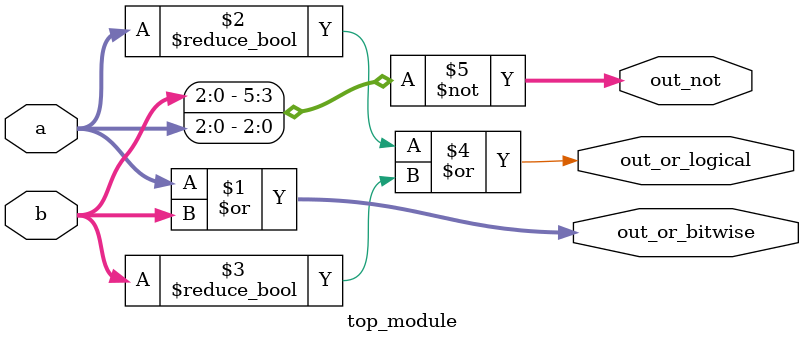
<source format=sv>
module top_module(
    input [2:0] a,
    input [2:0] b,
    output [2:0] out_or_bitwise,
    output out_or_logical,
    output [5:0] out_not
);

    // Bitwise OR
    assign out_or_bitwise = a | b;

    // Logical OR
    assign out_or_logical = (a != 0) | (b != 0);

    // Bitwise NOT
    assign out_not = ~{b, a};

endmodule

</source>
